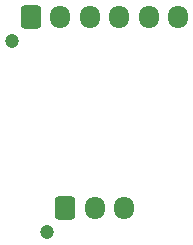
<source format=gbs>
G04 #@! TF.GenerationSoftware,KiCad,Pcbnew,9.0.4*
G04 #@! TF.CreationDate,2025-10-02T22:35:08+04:00*
G04 #@! TF.ProjectId,handheld1_motion4sim_FO41AFC70E184,68616e64-6865-46c6-9431-5f6d6f74696f,rev?*
G04 #@! TF.SameCoordinates,Original*
G04 #@! TF.FileFunction,Soldermask,Bot*
G04 #@! TF.FilePolarity,Negative*
%FSLAX46Y46*%
G04 Gerber Fmt 4.6, Leading zero omitted, Abs format (unit mm)*
G04 Created by KiCad (PCBNEW 9.0.4) date 2025-10-02 22:35:08*
%MOMM*%
%LPD*%
G01*
G04 APERTURE LIST*
G04 Aperture macros list*
%AMRoundRect*
0 Rectangle with rounded corners*
0 $1 Rounding radius*
0 $2 $3 $4 $5 $6 $7 $8 $9 X,Y pos of 4 corners*
0 Add a 4 corners polygon primitive as box body*
4,1,4,$2,$3,$4,$5,$6,$7,$8,$9,$2,$3,0*
0 Add four circle primitives for the rounded corners*
1,1,$1+$1,$2,$3*
1,1,$1+$1,$4,$5*
1,1,$1+$1,$6,$7*
1,1,$1+$1,$8,$9*
0 Add four rect primitives between the rounded corners*
20,1,$1+$1,$2,$3,$4,$5,0*
20,1,$1+$1,$4,$5,$6,$7,0*
20,1,$1+$1,$6,$7,$8,$9,0*
20,1,$1+$1,$8,$9,$2,$3,0*%
G04 Aperture macros list end*
%ADD10C,1.200000*%
%ADD11RoundRect,0.250000X-0.600000X-0.725000X0.600000X-0.725000X0.600000X0.725000X-0.600000X0.725000X0*%
%ADD12O,1.700000X1.950000*%
G04 APERTURE END LIST*
D10*
G04 #@! TO.C,J3*
X139150000Y-78000000D03*
D11*
X140750000Y-76000000D03*
D12*
X143250000Y-76000000D03*
X145750000Y-76000000D03*
X148250000Y-76000000D03*
X150750000Y-76000000D03*
X153250000Y-76000000D03*
G04 #@! TD*
D10*
G04 #@! TO.C,J2*
X142100000Y-94200000D03*
D11*
X143700000Y-92200000D03*
D12*
X146200000Y-92200000D03*
X148700000Y-92200000D03*
G04 #@! TD*
M02*

</source>
